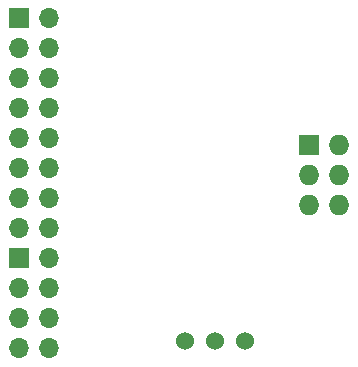
<source format=gbr>
G04 #@! TF.FileFunction,Soldermask,Bot*
%FSLAX46Y46*%
G04 Gerber Fmt 4.6, Leading zero omitted, Abs format (unit mm)*
G04 Created by KiCad (PCBNEW 4.0.7-e2-6376~58~ubuntu16.04.1) date Mon Jan  7 01:20:08 2019*
%MOMM*%
%LPD*%
G01*
G04 APERTURE LIST*
%ADD10C,0.100000*%
%ADD11R,1.700000X1.700000*%
%ADD12O,1.700000X1.700000*%
%ADD13R,1.727200X1.727200*%
%ADD14O,1.727200X1.727200*%
%ADD15C,1.524000*%
G04 APERTURE END LIST*
D10*
D11*
X164370000Y-92710000D03*
D12*
X166910000Y-92710000D03*
X164370000Y-95250000D03*
X166910000Y-95250000D03*
X164370000Y-97790000D03*
X166910000Y-97790000D03*
X164370000Y-100330000D03*
X166910000Y-100330000D03*
X164370000Y-102870000D03*
X166910000Y-102870000D03*
X164370000Y-105410000D03*
X166910000Y-105410000D03*
X164370000Y-107950000D03*
X166910000Y-107950000D03*
X164370000Y-110490000D03*
X166910000Y-110490000D03*
D11*
X164370000Y-113030000D03*
D12*
X166910000Y-113030000D03*
X164370000Y-115570000D03*
X166910000Y-115570000D03*
X164370000Y-118110000D03*
X166910000Y-118110000D03*
X164370000Y-120650000D03*
X166910000Y-120650000D03*
D13*
X189000000Y-103460000D03*
D14*
X191540000Y-103460000D03*
X189000000Y-106000000D03*
X191540000Y-106000000D03*
X189000000Y-108540000D03*
X191540000Y-108540000D03*
D15*
X183580000Y-120000000D03*
X181040000Y-120000000D03*
X178500000Y-120000000D03*
M02*

</source>
